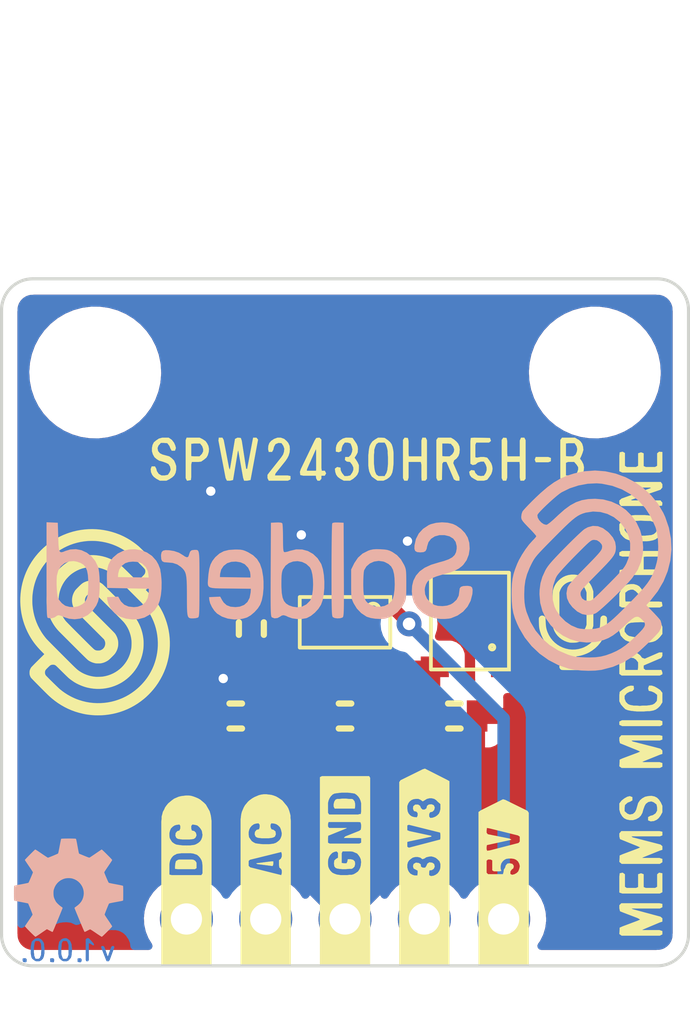
<source format=kicad_pcb>
(kicad_pcb (version 20210623) (generator pcbnew)
  (layers (0 "F.Cu" signal) (31 "B.Cu" signal) (34 "B.Paste" user) (35 "F.Paste" user) (36 "B.SilkS" user "B.Silkscreen") (37 "F.SilkS" user "F.Silkscreen") (38 "B.Mask" user) (39 "F.Mask" user) (44 "Edge.Cuts" user))
  (net 0 "")
  (net 1 "3V3")
  (net 2 "GND")
  (net 3 "5V")
  (net 4 "DC")
  (net 5 "AC")
  (footprint "e-radionica.com footprinti:SOT-23-5" (layer "F.Cu") (at 121 121 -90)
    (fp_text reference "U1")
    (fp_text value "SE5218")
    (pad "1" smd rect (at -1.3 -0.95 270) (size 1.1 0.6) (layers "F.Cu" "F.Paste" "F.Mask") (net 3 "5V"))
    (pad "2" smd rect (at -1.3 0 270) (size 1.1 0.6) (layers "F.Cu" "F.Paste" "F.Mask") (net 2 "GND"))
    (pad "3" smd rect (at -1.3 0.95 270) (size 1.1 0.6) (layers "F.Cu" "F.Paste" "F.Mask") (net 3 "5V"))
    (pad "4" smd rect (at 1.3 0.95 270) (size 1.1 0.6) (layers "F.Cu" "F.Paste" "F.Mask"))
    (pad "5" smd rect (at 1.3 -0.95 270) (size 1.1 0.6) (layers "F.Cu" "F.Paste" "F.Mask") (net 1 "3V3"))
  )
  (footprint "e-radionica.com footprinti:0603C" (layer "F.Cu") (at 117.5 124)
    (fp_text reference "C2")
    (fp_text value "0.1uF")
    (pad "1" smd rect locked (at -0.73 0) (size 0.66 1) (layers "F.Cu" "F.Paste" "F.Mask") (net 4 "DC"))
    (pad "2" smd rect locked (at 0.73 0) (size 0.66 1) (layers "F.Cu" "F.Paste" "F.Mask") (net 5 "AC"))
  )
  (footprint "e-radionica.com footprinti:HOLE_3.2mm" (layer "F.Cu") (at 113 113)
    (fp_text reference "H1" hide)
    (fp_text value "HOLE_3.2mm" hide)
    (pad "" np_thru_hole circle locked (at 0 0) (size 3.2 3.2) (drill 3.2) (layers F&B.Cu *.Mask))
  )
  (footprint "e-radionica.com footprinti:0603C" (layer "F.Cu") (at 118 121.2 90)
    (fp_text reference "C3")
    (fp_text value "10uF")
    (pad "1" smd rect locked (at -0.73 0 90) (size 0.66 1) (layers "F.Cu" "F.Paste" "F.Mask") (net 2 "GND"))
    (pad "2" smd rect locked (at 0.73 0 90) (size 0.66 1) (layers "F.Cu" "F.Paste" "F.Mask") (net 3 "5V"))
  )
  (footprint "buzzardLabel" (layer "F.Cu") (at 130.5 132.2 90)
    (fp_text reference "" (at 0 0 90) (layer "F.SilkS") (effects (font (size 1.27 1.27))))
    (fp_text value "" (at 0 0 90) (layer "F.SilkS") (effects (font (size 1.27 1.27))))
  )
  (footprint "buzzardLabel" (layer "F.Cu") (at 113.6 115.8)
    (fp_text reference "" (at 0 0) (layer "F.SilkS") (effects (font (size 1.27 1.27))))
    (fp_text value "" (at 0 0) (layer "F.SilkS") (effects (font (size 1.27 1.27))))
  )
  (footprint "Soldered Graphics:Logo-Back-SolderedFULL-20mm" (layer "F.Cu") (at 121.45 119.35)
    (fp_text reference "REF**" hide)
    (fp_text value "Logo-Front-SolderedFULL-20mm" hide)
  )
  (footprint "buzzardLabel" (layer "F.Cu") (at 126.08 132.4 90)
    (fp_text reference "" (at 0 0 90) (layer "F.SilkS") (effects (font (size 1.27 1.27))))
    (fp_text value "" (at 0 0 90) (layer "F.SilkS") (effects (font (size 1.27 1.27))))
  )
  (footprint "e-radionica.com footprinti:0603C" (layer "F.Cu") (at 121 124)
    (fp_text reference "C4")
    (fp_text value "0603C")
    (pad "1" smd rect locked (at -0.73 0) (size 0.66 1) (layers "F.Cu" "F.Paste" "F.Mask") (net 2 "GND"))
    (pad "2" smd rect locked (at 0.73 0) (size 0.66 1) (layers "F.Cu" "F.Paste" "F.Mask") (net 1 "3V3"))
  )
  (footprint "e-radionica.com footprinti:HOLE_3.2mm" (layer "F.Cu") (at 129 113)
    (fp_text reference "H2" hide)
    (fp_text value "HOLE_3.2mm" hide)
    (pad "" np_thru_hole circle locked (at 0 0) (size 3.2 3.2) (drill 3.2) (layers F&B.Cu *.Mask))
  )
  (footprint "buzzardLabel" (layer "F.Cu") (at 121 132.4 90)
    (fp_text reference "" (at 0 0 90) (layer "F.SilkS") (effects (font (size 1.27 1.27))))
    (fp_text value "" (at 0 0 90) (layer "F.SilkS") (effects (font (size 1.27 1.27))))
  )
  (footprint "e-radionica.com footprinti:0603C" (layer "F.Cu") (at 124.5 124)
    (fp_text reference "C1")
    (fp_text value "0.1uF")
    (pad "1" smd rect locked (at -0.73 0) (size 0.66 1) (layers "F.Cu" "F.Paste" "F.Mask") (net 1 "3V3"))
    (pad "2" smd rect locked (at 0.73 0) (size 0.66 1) (layers "F.Cu" "F.Paste" "F.Mask") (net 2 "GND"))
  )
  (footprint "buzzardLabel" (layer "F.Cu") (at 115.92 132.4 90)
    (fp_text reference "" (at 0 0 90) (layer "F.SilkS") (effects (font (size 1.27 1.27))))
    (fp_text value "" (at 0 0 90) (layer "F.SilkS") (effects (font (size 1.27 1.27))))
  )
  (footprint "e-radionica.com footprinti:SPW2430HR5H-B" (layer "F.Cu") (at 125 121 180)
    (fp_text reference "MIC1")
    (fp_text value "SPW2430HR5H-B")
    (pad "1" smd rect (at -1.125 -1.425 180) (size 0.9 0.66) (layers "F.Cu" "F.Paste" "F.Mask") (net 4 "DC"))
    (pad "2" smd rect (at -1.125 1.425 180) (size 0.9 0.66) (layers "F.Cu" "F.Paste" "F.Mask") (net 2 "GND"))
    (pad "3" smd rect (at 1.125 1.425 180) (size 0.9 0.66) (layers "F.Cu" "F.Paste" "F.Mask") (net 2 "GND"))
    (pad "4" smd rect (at 1.125 -1.425 180) (size 0.9 0.66) (layers "F.Cu" "F.Paste" "F.Mask") (net 1 "3V3"))
  )
  (footprint "e-radionica.com footprinti:FIDUCIAL_23" (layer "F.Cu") (at 121.5 112.6)
    (fp_text reference "FD1")
    (fp_text value "FIDUCIAL")
    (fp_circle (center 0 0) (end 1 0) (layer "F.Cu") (width 0.2) (fill none))
    (pad "1" smd circle (at 0 0) (size 1 1) (layers "F.Cu" "F.Paste" "F.Mask") (clearance 1.1))
  )
  (footprint "buzzardLabel" (layer "F.Cu") (at 118.46 132.4 90)
    (fp_text reference "" (at 0 0 90) (layer "F.SilkS") (effects (font (size 1.27 1.27))))
    (fp_text value "" (at 0 0 90) (layer "F.SilkS") (effects (font (size 1.27 1.27))))
  )
  (footprint "buzzardLabel" (layer "F.Cu") (at 123.54 132.4 90)
    (fp_text reference "" (at 0 0 90) (layer "F.SilkS") (effects (font (size 1.27 1.27))))
    (fp_text value "" (at 0 0 90) (layer "F.SilkS") (effects (font (size 1.27 1.27))))
  )
  (footprint "Soldered Graphics:Logo-Back-OSH-3.5mm" (layer "F.Cu") (at 112.15 129.5)
    (fp_text reference "G***" hide)
    (fp_text value "LOGO" hide)
  )
  (footprint "Soldered Graphics:Symbol-Front-Microphone" (layer "F.Cu") (at 128.3 121)
    (fp_text reference "G***" hide)
    (fp_text value "LOGO" hide)
  )
  (footprint "Soldered Graphics:Logo-Front-Soldered-6mm" (layer "F.Cu") (at 113 121)
    (fp_text reference "G***" hide)
    (fp_text value "LOGO" hide)
  )
  (footprint "Soldered Graphics:Version1.0.0." (layer "B.Cu") (at 112.1 131.5 180)
    (fp_text reference "Ref**" hide)
    (fp_text value "Val**" hide)
    (fp_poly (pts (xy 1.31 -0.38) (xy 1.36 -0.38) (xy 1.41 -0.37) (xy 1.42 -0.33) (xy 1.42 -0.27) (xy 1.38 -0.26) (xy 1.33 -0.26) (xy 1.3 -0.29) (xy 1.3 -0.34) (xy 1.31 -0.38)) (layer "B.Cu") (width 0.01) (fill solid))
    (fp_poly (pts (xy -0.67 -0.35) (xy -0.62 -0.35) (xy -0.6 -0.31) (xy -0.6 0.35) (xy -0.64 0.38) (xy -0.69 0.38) (xy -0.73 0.34) (xy -0.84 0.22) (xy -0.86 0.17) (xy -0.83 0.16) (xy -0.73 0.22) (xy -0.69 0.23) (xy -0.69 -0.31) (xy -0.67 -0.35)) (layer "B.Cu") (width 0.01) (fill solid))
    (fp_poly (pts (xy -0.44 -0.38) (xy -0.39 -0.38) (xy -0.34 -0.37) (xy -0.34 -0.33) (xy -0.34 -0.27) (xy -0.38 -0.26) (xy -0.43 -0.26) (xy -0.46 -0.29) (xy -0.46 -0.34) (xy -0.44 -0.38)) (layer "B.Cu") (width 0.01) (fill solid))
    (fp_poly (pts (xy 0.93 -0.35) (xy 0.99 -0.35) (xy 1.04 -0.33) (xy 1.01 -0.28) (xy 0.91 -0.28) (xy 0.87 -0.25) (xy 0.85 -0.2) (xy 0.83 -0.15) (xy 0.83 -0.11) (xy 0.82 0.01) (xy 0.83 0.13) (xy 0.83 0.17) (xy 0.84 0.22) (xy 0.87 0.27) (xy 0.9 0.3) (xy 1.01 0.3) (xy 1.04 0.26) (xy 1.05 0.21) (xy 1.06 0.15) (xy 1.07 0.05) (xy 1.07 -0.08) (xy 1.06 -0.12) (xy 1.06 -0.17) (xy 1.04 -0.22) (xy 1.02 -0.27) (xy 1.01 -0.28) (xy 1.05 -0.32) (xy 1.09 -0.29) (xy 1.12 -0.26) (xy 1.14 -0.22) (xy 1.15 -0.16) (xy 1.16 -0.11) (xy 1.16 -0.06) (xy 1.16 0.06) (xy 1.16 0.12) (xy 1.15 0.17) (xy 1.14 0.22) (xy 1.13 0.27) (xy 1.1 0.3) (xy 1.06 0.34) (xy 1.01 0.37) (xy 0.95 0.38) (xy 0.9 0.38) (xy 0.84 0.35) (xy 0.8 0.31) (xy 0.78 0.28) (xy 0.75 0.23) (xy 0.74 0.18) (xy 0.74 0.13) (xy 0.73 0.08) (xy 0.73 -0.04) (xy 0.73 -0.1) (xy 0.74 -0.14) (xy 0.75 -0.2) (xy 0.77 -0.25) (xy 0.79 -0.28) (xy 0.83 -0.32) (xy 0.89 -0.35) (xy 0.93 -0.35)) (layer "B.Cu") (width 0.01) (fill solid))
    (fp_poly (pts (xy 0.43 -0.38) (xy 0.48 -0.38) (xy 0.54 -0.37) (xy 0.54 -0.33) (xy 0.54 -0.27) (xy 0.5 -0.26) (xy 0.45 -0.26) (xy 0.42 -0.29) (xy 0.42 -0.34) (xy 0.43 -0.38)) (layer "B.Cu") (width 0.01) (fill solid))
    (fp_poly (pts (xy -1.33 -0.35) (xy -1.27 -0.35) (xy -1.25 -0.31) (xy -1.09 0.1) (xy -1.11 0.13) (xy -1.16 0.13) (xy -1.19 0.1) (xy -1.28 -0.16) (xy -1.3 -0.21) (xy -1.32 -0.17) (xy -1.41 0.09) (xy -1.44 0.13) (xy -1.49 0.13) (xy -1.51 0.1) (xy -1.36 -0.31) (xy -1.33 -0.35)) (layer "B.Cu") (width 0.01) (fill solid))
    (fp_poly (pts (xy 0.06 -0.35) (xy 0.11 -0.35) (xy 0.17 -0.33) (xy 0.13 -0.28) (xy 0.03 -0.28) (xy -0.01 -0.25) (xy -0.03 -0.2) (xy -0.05 -0.15) (xy -0.05 -0.11) (xy -0.05 0.01) (xy -0.05 0.13) (xy -0.05 0.17) (xy -0.03 0.22) (xy -0.01 0.27) (xy 0.02 0.3) (xy 0.13 0.3) (xy 0.16 0.26) (xy 0.18 0.21) (xy 0.18 0.15) (xy 0.19 0.05) (xy 0.19 -0.08) (xy 0.19 -0.12) (xy 0.18 -0.17) (xy 0.16 -0.22) (xy 0.14 -0.27) (xy 0.14 -0.28) (xy 0.17 -0.32) (xy 0.21 -0.29) (xy 0.24 -0.26) (xy 0.26 -0.22) (xy 0.27 -0.16) (xy 0.28 -0.11) (xy 0.28 -0.06) (xy 0.28 0.06) (xy 0.28 0.12) (xy 0.27 0.17) (xy 0.26 0.22) (xy 0.25 0.27) (xy 0.22 0.3) (xy 0.19 0.34) (xy 0.13 0.37) (xy 0.08 0.38) (xy 0.02 0.38) (xy -0.03 0.35) (xy -0.08 0.31) (xy -0.1 0.28) (xy -0.12 0.23) (xy -0.14 0.18) (xy -0.14 0.13) (xy -0.15 0.08) (xy -0.15 -0.04) (xy -0.14 -0.1) (xy -0.14 -0.14) (xy -0.13 -0.2) (xy -0.11 -0.25) (xy -0.08 -0.28) (xy -0.05 -0.32) (xy 0.01 -0.35) (xy 0.06 -0.35)) (layer "B.Cu") (width 0.01) (fill solid))
  )
  (footprint "e-radionica.com footprinti:HEADER_MALE_5X1" (layer "B.Cu") (at 121 130.5)
    (fp_text reference "K1")
    (fp_text value "HEADER_MALE_5X1")
    (pad "1" thru_hole circle locked (at -5.08 0) (size 1.7 1.7) (drill 1) (layers *.Cu *.Mask) (net 4 "DC"))
    (pad "2" thru_hole circle locked (at -2.54 0) (size 1.7 1.7) (drill 1) (layers *.Cu *.Mask) (net 5 "AC"))
    (pad "3" thru_hole circle locked (at 0 0) (size 1.7 1.7) (drill 1) (layers *.Cu *.Mask) (net 2 "GND"))
    (pad "4" thru_hole circle locked (at 2.54 0) (size 1.7 1.7) (drill 1) (layers *.Cu *.Mask) (net 1 "3V3"))
    (pad "5" thru_hole circle locked (at 5.08 0) (size 1.7 1.7) (drill 1) (layers *.Cu *.Mask) (net 3 "5V"))
  )
  (gr_line (start 132 131) (end 132 111) (layer "Edge.Cuts") (width 0.1))
  (gr_line (start 111 132) (end 131 132) (layer "Edge.Cuts") (width 0.1))
  (gr_arc (start 131 131) (end 131 132) (angle -90) (layer "Edge.Cuts") (width 0.1))
  (gr_arc (start 111 111) (end 110 111) (angle 90) (layer "Edge.Cuts") (width 0.1))
  (gr_line (start 110 111) (end 110 131) (layer "Edge.Cuts") (width 0.1))
  (gr_arc (start 131 111) (end 131 110) (angle 90) (layer "Edge.Cuts") (width 0.1))
  (gr_arc (start 111 131) (end 110 131) (angle -90) (layer "Edge.Cuts") (width 0.1))
  (gr_line (start 131 110) (end 111 110) (layer "Edge.Cuts") (width 0.1))
  (segment (start 123.77 124) (end 123.77 125.18) (width 0.4) (layer "F.Cu") (net 1))
  (segment (start 123.85 123.92) (end 123.77 124) (width 0.4) (layer "F.Cu") (net 1))
  (segment (start 123.77 125.18) (end 123.55 125.4) (width 0.4) (layer "F.Cu") (net 1))
  (segment (start 123.875 122.425) (end 123.85 122.45) (width 0.4) (layer "F.Cu") (net 1))
  (segment (start 122.025 122.425) (end 123.875 122.425) (width 0.4) (layer "F.Cu") (net 1))
  (segment (start 123.85 122.45) (end 123.85 123.92) (width 0.4) (layer "F.Cu") (net 1))
  (segment (start 123.55 125.4) (end 123.55 130.49) (width 0.4) (layer "F.Cu") (net 1))
  (segment (start 123.55 130.49) (end 123.54 130.5) (width 0.4) (layer "F.Cu") (net 1))
  (segment (start 121.95 122.35) (end 122.025 122.425) (width 0.4) (layer "F.Cu") (net 1))
  (segment (start 121.95 122.3) (end 121.95 122.35) (width 0.4) (layer "F.Cu") (net 1))
  (segment (start 121.95 122.3) (end 121.95 123.78) (width 0.4) (layer "F.Cu") (net 1))
  (segment (start 121.95 123.78) (end 121.73 124) (width 0.4) (layer "F.Cu") (net 1))
  (via (at 117.1 122.8) (size 0.5) (drill 0.3) (layers "F.Cu" "B.Cu") (net 2))
  (via (at 119.6 118.2) (size 0.5) (drill 0.3) (layers "F.Cu" "B.Cu") (net 2))
  (via (at 123 118.4) (size 0.5) (drill 0.3) (layers "F.Cu" "B.Cu") (net 2))
  (via (at 116.7 116.8) (size 0.5) (drill 0.3) (layers "F.Cu" "B.Cu") (net 2))
  (segment (start 121.95 119.000978) (end 121.95 119.7) (width 0.4) (layer "F.Cu") (net 3))
  (segment (start 120.05 119.7) (end 118.77 119.7) (width 0.4) (layer "F.Cu") (net 3))
  (segment (start 120.05 119.7) (end 120.05 119.000978) (width 0.4) (layer "F.Cu") (net 3))
  (segment (start 120.05 119.000978) (end 120.750978 118.3) (width 0.4) (layer "F.Cu") (net 3))
  (segment (start 120.750978 118.3) (end 121.249022 118.3) (width 0.4) (layer "F.Cu") (net 3))
  (segment (start 121.249022 118.3) (end 121.95 119.000978) (width 0.4) (layer "F.Cu") (net 3))
  (segment (start 121.95 119.95) (end 123.05 121.05) (width 0.4) (layer "F.Cu") (net 3))
  (segment (start 121.95 119.7) (end 121.95 119.95) (width 0.4) (layer "F.Cu") (net 3))
  (segment (start 118.77 119.7) (end 118 120.47) (width 0.4) (layer "F.Cu") (net 3))
  (via (at 123.05 121.05) (size 0.8) (drill 0.4) (layers "F.Cu" "B.Cu") (net 3))
  (segment (start 126.08 124.08) (end 126.08 130.5) (width 0.4) (layer "B.Cu") (net 3))
  (segment (start 123.05 121.05) (end 126.08 124.08) (width 0.4) (layer "B.Cu") (net 3))
  (segment (start 128.7 118.5) (end 127.5 117.3) (width 0.4) (layer "F.Cu") (net 4))
  (segment (start 127.525 122.425) (end 128.7 121.25) (width 0.4) (layer "F.Cu") (net 4))
  (segment (start 116.77 127.23) (end 115.92 128.08) (width 0.4) (layer "F.Cu") (net 4))
  (segment (start 116.77 124) (end 116.77 127.23) (width 0.4) (layer "F.Cu") (net 4))
  (segment (start 128.7 121.25) (end 128.7 118.5) (width 0.4) (layer "F.Cu") (net 4))
  (segment (start 115.4 122.63) (end 116.77 124) (width 0.4) (layer "F.Cu") (net 4))
  (segment (start 117.6 117.3) (end 115.4 119.5) (width 0.4) (layer "F.Cu") (net 4))
  (segment (start 126.125 122.425) (end 127.525 122.425) (width 0.4) (layer "F.Cu") (net 4))
  (segment (start 115.4 119.5) (end 115.4 122.63) (width 0.4) (layer "F.Cu") (net 4))
  (segment (start 127.5 117.3) (end 117.6 117.3) (width 0.4) (layer "F.Cu") (net 4))
  (segment (start 115.92 128.08) (end 115.92 130.5) (width 0.4) (layer "F.Cu") (net 4))
  (segment (start 118.2 130.24) (end 118.2 124.03) (width 0.4) (layer "F.Cu") (net 5))
  (segment (start 118.2 124.03) (end 118.23 124) (width 0.4) (layer "F.Cu") (net 5))
  (segment (start 118.46 130.5) (end 118.2 130.24) (width 0.4) (layer "F.Cu") (net 5))
  (zone (net 2) (net_name "GND") (layers F&B.Cu) (connect_pads (clearance 0.508)) (min_thickness 0.254) (fill yes (thermal_gap 0.508) (thermal_bridge_width 0.508))
    (polygon (pts (xy 132 132) (xy 110 132) (xy 110 110) (xy 132 110)))
  )
)
</source>
